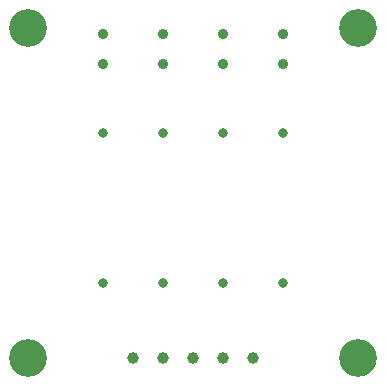
<source format=gbr>
%TF.GenerationSoftware,KiCad,Pcbnew,(6.0.10)*%
%TF.CreationDate,2023-12-21T18:09:07+10:00*%
%TF.ProjectId,Blinky,426c696e-6b79-42e6-9b69-6361645f7063,rev?*%
%TF.SameCoordinates,Original*%
%TF.FileFunction,Plated,1,2,PTH,Drill*%
%TF.FilePolarity,Positive*%
%FSLAX46Y46*%
G04 Gerber Fmt 4.6, Leading zero omitted, Abs format (unit mm)*
G04 Created by KiCad (PCBNEW (6.0.10)) date 2023-12-21 18:09:07*
%MOMM*%
%LPD*%
G01*
G04 APERTURE LIST*
%TA.AperFunction,ComponentDrill*%
%ADD10C,0.800000*%
%TD*%
%TA.AperFunction,ComponentDrill*%
%ADD11C,0.900000*%
%TD*%
%TA.AperFunction,ComponentDrill*%
%ADD12C,1.000000*%
%TD*%
%TA.AperFunction,ComponentDrill*%
%ADD13C,3.200000*%
%TD*%
G04 APERTURE END LIST*
D10*
%TO.C,R4*%
X36830000Y-38100000D03*
X36830000Y-50800000D03*
%TO.C,R3*%
X41910000Y-38100000D03*
X41910000Y-50800000D03*
%TO.C,R2*%
X46990000Y-38100000D03*
X46990000Y-50800000D03*
%TO.C,R1*%
X52070000Y-38100000D03*
X52070000Y-50800000D03*
D11*
%TO.C,D4*%
X36830000Y-29708000D03*
X36830000Y-32248000D03*
%TO.C,D3*%
X41910000Y-29708000D03*
X41910000Y-32248000D03*
%TO.C,D2*%
X46990000Y-29708000D03*
X46990000Y-32248000D03*
%TO.C,D1*%
X52070000Y-29708000D03*
X52070000Y-32248000D03*
D12*
%TO.C,J1*%
X39365000Y-57150000D03*
X41905000Y-57150000D03*
X44445000Y-57150000D03*
X46985000Y-57150000D03*
X49525000Y-57150000D03*
D13*
%TO.C,REF\u002A\u002A*%
X30480000Y-29210000D03*
X30480000Y-57150000D03*
X58420000Y-29210000D03*
X58420000Y-57150000D03*
M02*

</source>
